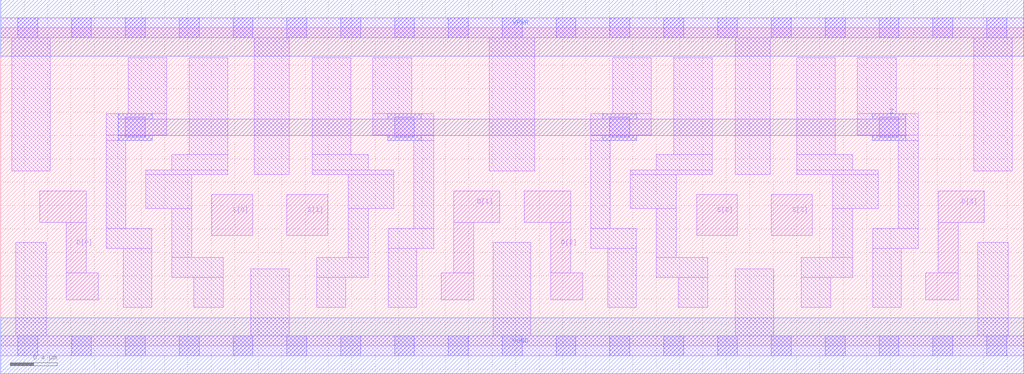
<source format=lef>
# Copyright 2020 The SkyWater PDK Authors
#
# Licensed under the Apache License, Version 2.0 (the "License");
# you may not use this file except in compliance with the License.
# You may obtain a copy of the License at
#
#     https://www.apache.org/licenses/LICENSE-2.0
#
# Unless required by applicable law or agreed to in writing, software
# distributed under the License is distributed on an "AS IS" BASIS,
# WITHOUT WARRANTIES OR CONDITIONS OF ANY KIND, either express or implied.
# See the License for the specific language governing permissions and
# limitations under the License.
#
# SPDX-License-Identifier: Apache-2.0

VERSION 5.7 ;
BUSBITCHARS "[]" ;
DIVIDERCHAR "/" ;
PROPERTYDEFINITIONS
  MACRO maskLayoutSubType STRING ;
  MACRO prCellType STRING ;
  MACRO originalViewName STRING ;
END PROPERTYDEFINITIONS
MACRO sky130_fd_sc_hdll__muxb4to1_1
  ORIGIN  0.000000  0.000000 ;
  CLASS CORE ;
  SYMMETRY X Y R90 ;
  SIZE  8.740000 BY  2.720000 ;
  SITE unithd ;
  PIN D[0]
    DIRECTION INPUT ;
    USE SIGNAL ;
    PORT
      LAYER li1 ;
        RECT 0.335000 1.055000 0.730000 1.325000 ;
        RECT 0.560000 0.395000 0.835000 0.625000 ;
        RECT 0.560000 0.625000 0.730000 1.055000 ;
    END
  END D[0]
  PIN D[1]
    DIRECTION INPUT ;
    USE SIGNAL ;
    PORT
      LAYER li1 ;
        RECT 3.765000 0.395000 4.040000 0.625000 ;
        RECT 3.870000 0.625000 4.040000 1.055000 ;
        RECT 3.870000 1.055000 4.265000 1.325000 ;
    END
  END D[1]
  PIN D[2]
    DIRECTION INPUT ;
    USE SIGNAL ;
    PORT
      LAYER li1 ;
        RECT 4.475000 1.055000 4.870000 1.325000 ;
        RECT 4.700000 0.395000 4.975000 0.625000 ;
        RECT 4.700000 0.625000 4.870000 1.055000 ;
    END
  END D[2]
  PIN D[3]
    DIRECTION INPUT ;
    USE SIGNAL ;
    PORT
      LAYER li1 ;
        RECT 7.905000 0.395000 8.180000 0.625000 ;
        RECT 8.010000 0.625000 8.180000 1.055000 ;
        RECT 8.010000 1.055000 8.405000 1.325000 ;
    END
  END D[3]
  PIN S[0]
    DIRECTION INPUT ;
    USE SIGNAL ;
    PORT
      LAYER li1 ;
        RECT 1.805000 0.945000 2.155000 1.295000 ;
    END
  END S[0]
  PIN S[1]
    DIRECTION INPUT ;
    USE SIGNAL ;
    PORT
      LAYER li1 ;
        RECT 2.445000 0.945000 2.795000 1.295000 ;
    END
  END S[1]
  PIN S[2]
    DIRECTION INPUT ;
    USE SIGNAL ;
    PORT
      LAYER li1 ;
        RECT 5.945000 0.945000 6.295000 1.295000 ;
    END
  END S[2]
  PIN S[3]
    DIRECTION INPUT ;
    USE SIGNAL ;
    PORT
      LAYER li1 ;
        RECT 6.585000 0.945000 6.935000 1.295000 ;
    END
  END S[3]
  PIN VGND
    DIRECTION INOUT ;
    USE SIGNAL ;
    PORT
      LAYER met1 ;
        RECT 0.000000 -0.240000 8.740000 0.240000 ;
    END
  END VGND
  PIN VPWR
    DIRECTION INOUT ;
    USE SIGNAL ;
    PORT
      LAYER met1 ;
        RECT 0.000000 2.480000 8.740000 2.960000 ;
    END
  END VPWR
  PIN Z
    ANTENNADIFFAREA  1.992000 ;
    DIRECTION OUTPUT ;
    USE SIGNAL ;
    PORT
      LAYER met1 ;
        RECT 1.005000 1.755000 1.295000 1.800000 ;
        RECT 1.005000 1.800000 7.735000 1.940000 ;
        RECT 1.005000 1.940000 1.295000 1.985000 ;
        RECT 3.305000 1.755000 3.595000 1.800000 ;
        RECT 3.305000 1.940000 3.595000 1.985000 ;
        RECT 5.145000 1.755000 5.435000 1.800000 ;
        RECT 5.145000 1.940000 5.435000 1.985000 ;
        RECT 7.445000 1.755000 7.735000 1.800000 ;
        RECT 7.445000 1.940000 7.735000 1.985000 ;
    END
  END Z
  OBS
    LAYER li1 ;
      RECT 0.000000 -0.085000 8.740000 0.085000 ;
      RECT 0.000000  2.635000 8.740000 2.805000 ;
      RECT 0.095000  1.495000 0.425000 2.635000 ;
      RECT 0.130000  0.085000 0.390000 0.885000 ;
      RECT 0.900000  0.835000 1.290000 1.005000 ;
      RECT 0.900000  1.005000 1.070000 1.755000 ;
      RECT 0.900000  1.755000 1.295000 1.805000 ;
      RECT 0.900000  1.805000 1.420000 1.985000 ;
      RECT 1.045000  0.330000 1.290000 0.835000 ;
      RECT 1.090000  1.985000 1.420000 2.465000 ;
      RECT 1.240000  1.175000 1.630000 1.465000 ;
      RECT 1.240000  1.465000 1.940000 1.505000 ;
      RECT 1.460000  0.585000 1.900000 0.755000 ;
      RECT 1.460000  0.755000 1.630000 1.175000 ;
      RECT 1.460000  1.505000 1.940000 1.635000 ;
      RECT 1.610000  1.635000 1.940000 2.465000 ;
      RECT 1.650000  0.330000 1.900000 0.585000 ;
      RECT 2.135000  0.085000 2.465000 0.660000 ;
      RECT 2.165000  1.465000 2.465000 2.635000 ;
      RECT 2.660000  1.465000 3.360000 1.505000 ;
      RECT 2.660000  1.505000 3.140000 1.635000 ;
      RECT 2.660000  1.635000 2.990000 2.465000 ;
      RECT 2.700000  0.330000 2.950000 0.585000 ;
      RECT 2.700000  0.585000 3.140000 0.755000 ;
      RECT 2.970000  0.755000 3.140000 1.175000 ;
      RECT 2.970000  1.175000 3.360000 1.465000 ;
      RECT 3.180000  1.805000 3.700000 1.985000 ;
      RECT 3.180000  1.985000 3.510000 2.465000 ;
      RECT 3.305000  1.755000 3.700000 1.805000 ;
      RECT 3.310000  0.330000 3.555000 0.835000 ;
      RECT 3.310000  0.835000 3.700000 1.005000 ;
      RECT 3.530000  1.005000 3.700000 1.755000 ;
      RECT 4.175000  1.495000 4.565000 2.635000 ;
      RECT 4.210000  0.085000 4.530000 0.885000 ;
      RECT 5.040000  0.835000 5.430000 1.005000 ;
      RECT 5.040000  1.005000 5.210000 1.755000 ;
      RECT 5.040000  1.755000 5.435000 1.805000 ;
      RECT 5.040000  1.805000 5.560000 1.985000 ;
      RECT 5.185000  0.330000 5.430000 0.835000 ;
      RECT 5.230000  1.985000 5.560000 2.465000 ;
      RECT 5.380000  1.175000 5.770000 1.465000 ;
      RECT 5.380000  1.465000 6.080000 1.505000 ;
      RECT 5.600000  0.585000 6.040000 0.755000 ;
      RECT 5.600000  0.755000 5.770000 1.175000 ;
      RECT 5.600000  1.505000 6.080000 1.635000 ;
      RECT 5.750000  1.635000 6.080000 2.465000 ;
      RECT 5.790000  0.330000 6.040000 0.585000 ;
      RECT 6.275000  0.085000 6.605000 0.660000 ;
      RECT 6.275000  1.465000 6.575000 2.635000 ;
      RECT 6.800000  1.465000 7.500000 1.505000 ;
      RECT 6.800000  1.505000 7.280000 1.635000 ;
      RECT 6.800000  1.635000 7.130000 2.465000 ;
      RECT 6.840000  0.330000 7.090000 0.585000 ;
      RECT 6.840000  0.585000 7.280000 0.755000 ;
      RECT 7.110000  0.755000 7.280000 1.175000 ;
      RECT 7.110000  1.175000 7.500000 1.465000 ;
      RECT 7.320000  1.805000 7.840000 1.985000 ;
      RECT 7.320000  1.985000 7.650000 2.465000 ;
      RECT 7.445000  1.755000 7.840000 1.805000 ;
      RECT 7.450000  0.330000 7.695000 0.835000 ;
      RECT 7.450000  0.835000 7.840000 1.005000 ;
      RECT 7.670000  1.005000 7.840000 1.755000 ;
      RECT 8.315000  1.495000 8.645000 2.635000 ;
      RECT 8.350000  0.085000 8.610000 0.885000 ;
    LAYER mcon ;
      RECT 0.145000 -0.085000 0.315000 0.085000 ;
      RECT 0.145000  2.635000 0.315000 2.805000 ;
      RECT 0.605000 -0.085000 0.775000 0.085000 ;
      RECT 0.605000  2.635000 0.775000 2.805000 ;
      RECT 1.065000 -0.085000 1.235000 0.085000 ;
      RECT 1.065000  1.785000 1.235000 1.955000 ;
      RECT 1.065000  2.635000 1.235000 2.805000 ;
      RECT 1.525000 -0.085000 1.695000 0.085000 ;
      RECT 1.525000  2.635000 1.695000 2.805000 ;
      RECT 1.985000 -0.085000 2.155000 0.085000 ;
      RECT 1.985000  2.635000 2.155000 2.805000 ;
      RECT 2.445000 -0.085000 2.615000 0.085000 ;
      RECT 2.445000  2.635000 2.615000 2.805000 ;
      RECT 2.905000 -0.085000 3.075000 0.085000 ;
      RECT 2.905000  2.635000 3.075000 2.805000 ;
      RECT 3.365000 -0.085000 3.535000 0.085000 ;
      RECT 3.365000  1.785000 3.535000 1.955000 ;
      RECT 3.365000  2.635000 3.535000 2.805000 ;
      RECT 3.825000 -0.085000 3.995000 0.085000 ;
      RECT 3.825000  2.635000 3.995000 2.805000 ;
      RECT 4.285000 -0.085000 4.455000 0.085000 ;
      RECT 4.285000  2.635000 4.455000 2.805000 ;
      RECT 4.285000  2.635000 4.455000 2.805000 ;
      RECT 4.745000 -0.085000 4.915000 0.085000 ;
      RECT 4.745000  2.635000 4.915000 2.805000 ;
      RECT 5.205000 -0.085000 5.375000 0.085000 ;
      RECT 5.205000  1.785000 5.375000 1.955000 ;
      RECT 5.205000  2.635000 5.375000 2.805000 ;
      RECT 5.665000 -0.085000 5.835000 0.085000 ;
      RECT 5.665000  2.635000 5.835000 2.805000 ;
      RECT 6.125000 -0.085000 6.295000 0.085000 ;
      RECT 6.125000  2.635000 6.295000 2.805000 ;
      RECT 6.585000 -0.085000 6.755000 0.085000 ;
      RECT 6.585000  2.635000 6.755000 2.805000 ;
      RECT 7.045000 -0.085000 7.215000 0.085000 ;
      RECT 7.045000  2.635000 7.215000 2.805000 ;
      RECT 7.505000 -0.085000 7.675000 0.085000 ;
      RECT 7.505000  1.785000 7.675000 1.955000 ;
      RECT 7.505000  2.635000 7.675000 2.805000 ;
      RECT 7.965000 -0.085000 8.135000 0.085000 ;
      RECT 7.965000  2.635000 8.135000 2.805000 ;
      RECT 8.425000 -0.085000 8.595000 0.085000 ;
      RECT 8.425000  2.635000 8.595000 2.805000 ;
  END
  PROPERTY maskLayoutSubType "abstract" ;
  PROPERTY prCellType "standard" ;
  PROPERTY originalViewName "layout" ;
END sky130_fd_sc_hdll__muxb4to1_1
END LIBRARY

</source>
